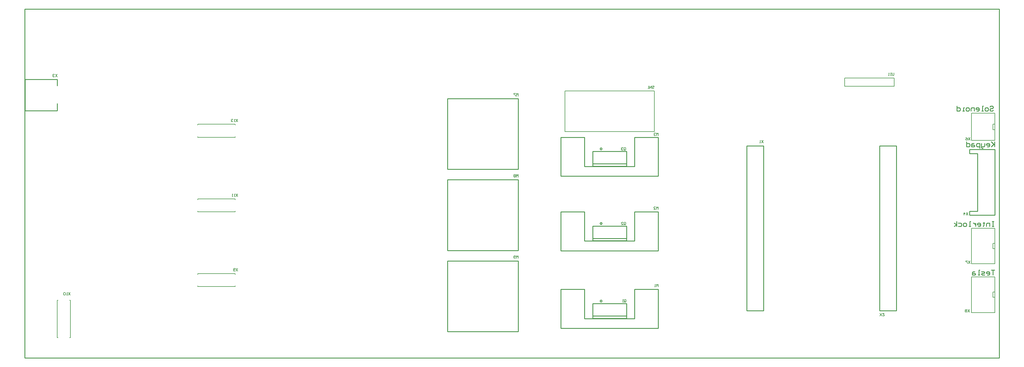
<source format=gbo>
G04 Layer_Color=32896*
%FSLAX43Y43*%
%MOMM*%
G71*
G01*
G75*
%ADD31C,0.150*%
%ADD34C,0.200*%
%ADD36C,0.254*%
D31*
X291400Y28975D02*
Y39950D01*
Y28975D02*
X298600D01*
Y39950D01*
X291400D02*
X298600D01*
X298025Y35285D02*
X298575D01*
X298025Y33660D02*
Y35285D01*
Y33660D02*
X298600D01*
X298025Y70360D02*
X298600D01*
X298025D02*
Y71985D01*
X298575D01*
X291400Y75450D02*
X298600D01*
Y67000D02*
Y75450D01*
X291400Y67000D02*
X298600D01*
X291400D02*
Y75450D01*
X298025Y18660D02*
X298600D01*
X298025D02*
Y20285D01*
X298575D01*
X291400Y24950D02*
X298600D01*
Y13975D02*
Y24950D01*
X291400Y13975D02*
X298600D01*
X291400D02*
Y24950D01*
X184567Y17333D02*
Y17866D01*
X184700Y18000D01*
X184967D01*
X185100Y17866D01*
Y17333D01*
X184967Y17200D01*
X184700D01*
X184833Y17467D02*
X184567Y17200D01*
X184700D02*
X184567Y17333D01*
X184300Y17200D02*
X184034D01*
X184167D01*
Y18000D01*
X184300Y17866D01*
X151878Y55691D02*
Y56491D01*
X151611Y56224D01*
X151345Y56491D01*
Y55691D01*
X151078Y56357D02*
X150945Y56491D01*
X150678D01*
X150545Y56357D01*
Y56224D01*
X150678Y56091D01*
X150545Y55958D01*
Y55824D01*
X150678Y55691D01*
X150945D01*
X151078Y55824D01*
Y55958D01*
X150945Y56091D01*
X151078Y56224D01*
Y56357D01*
X150945Y56091D02*
X150678D01*
X151878Y30697D02*
Y31497D01*
X151611Y31231D01*
X151345Y31497D01*
Y30697D01*
X151078Y30831D02*
X150945Y30697D01*
X150678D01*
X150545Y30831D01*
Y31364D01*
X150678Y31497D01*
X150945D01*
X151078Y31364D01*
Y31231D01*
X150945Y31097D01*
X150545D01*
X65543Y27564D02*
X65010Y26764D01*
Y27564D02*
X65543Y26764D01*
X64744Y26897D02*
X64610Y26764D01*
X64344D01*
X64211Y26897D01*
Y27431D01*
X64344Y27564D01*
X64610D01*
X64744Y27431D01*
Y27297D01*
X64610Y27164D01*
X64211D01*
X13956Y20147D02*
X13423Y19347D01*
Y20147D02*
X13956Y19347D01*
X13156D02*
X12890D01*
X13023D01*
Y20147D01*
X13156Y20014D01*
X12490D02*
X12357Y20147D01*
X12090D01*
X11957Y20014D01*
Y19481D01*
X12090Y19347D01*
X12357D01*
X12490Y19481D01*
Y20014D01*
X267567Y87838D02*
Y87172D01*
X267434Y87038D01*
X267167D01*
X267034Y87172D01*
Y87838D01*
X266767Y87038D02*
X266501D01*
X266634D01*
Y87838D01*
X266767Y87705D01*
X266101Y87038D02*
X265834D01*
X265967D01*
Y87838D01*
X266101Y87705D01*
X227307Y67046D02*
X226773Y66246D01*
Y67046D02*
X227307Y66246D01*
X226507D02*
X226240D01*
X226373D01*
Y67046D01*
X226507Y66913D01*
X291000Y29900D02*
X290467Y29100D01*
Y29900D02*
X291000Y29100D01*
X290200Y29900D02*
X289667D01*
Y29766D01*
X290200Y29233D01*
Y29100D01*
X291000Y67900D02*
X290467Y67100D01*
Y67900D02*
X291000Y67100D01*
X289667Y67900D02*
X289934Y67766D01*
X290200Y67500D01*
Y67233D01*
X290067Y67100D01*
X289800D01*
X289667Y67233D01*
Y67367D01*
X289800Y67500D01*
X290200D01*
X195000Y68500D02*
Y69300D01*
X194733Y69033D01*
X194467Y69300D01*
Y68500D01*
X194200Y69166D02*
X194067Y69300D01*
X193800D01*
X193667Y69166D01*
Y69033D01*
X193800Y68900D01*
X193934D01*
X193800D01*
X193667Y68767D01*
Y68633D01*
X193800Y68500D01*
X194067D01*
X194200Y68633D01*
X9968Y87406D02*
X9435Y86607D01*
Y87406D02*
X9968Y86607D01*
X9168Y87273D02*
X9035Y87406D01*
X8769D01*
X8635Y87273D01*
Y87140D01*
X8769Y87006D01*
X8902D01*
X8769D01*
X8635Y86873D01*
Y86740D01*
X8769Y86607D01*
X9035D01*
X9168Y86740D01*
X290300Y44800D02*
X289767Y44000D01*
Y44800D02*
X290300Y44000D01*
X289100D02*
Y44800D01*
X289500Y44400D01*
X288967D01*
X65543Y73547D02*
X65010Y72748D01*
Y73547D02*
X65543Y72748D01*
X64744D02*
X64477D01*
X64610D01*
Y73547D01*
X64744Y73414D01*
X64077D02*
X63944Y73547D01*
X63677D01*
X63544Y73414D01*
Y73281D01*
X63677Y73147D01*
X63811D01*
X63677D01*
X63544Y73014D01*
Y72881D01*
X63677Y72748D01*
X63944D01*
X64077Y72881D01*
X65543Y50551D02*
X65010Y49751D01*
Y50551D02*
X65543Y49751D01*
X64744D02*
X64477D01*
X64610D01*
Y50551D01*
X64744Y50418D01*
X64077Y49751D02*
X63811D01*
X63944D01*
Y50551D01*
X64077Y50418D01*
X290800Y14900D02*
X290267Y14100D01*
Y14900D02*
X290800Y14100D01*
X290000Y14766D02*
X289867Y14900D01*
X289600D01*
X289467Y14766D01*
Y14633D01*
X289600Y14500D01*
X289467Y14367D01*
Y14233D01*
X289600Y14100D01*
X289867D01*
X290000Y14233D01*
Y14367D01*
X289867Y14500D01*
X290000Y14633D01*
Y14766D01*
X289867Y14500D02*
X289600D01*
X263254Y12894D02*
X263787Y13694D01*
Y12894D02*
X263254Y13694D01*
X264586D02*
X264053D01*
X264586Y13161D01*
Y13027D01*
X264453Y12894D01*
X264187D01*
X264053Y13027D01*
X184467Y64133D02*
Y64666D01*
X184600Y64800D01*
X184867D01*
X185000Y64666D01*
Y64133D01*
X184867Y64000D01*
X184600D01*
X184733Y64267D02*
X184467Y64000D01*
X184600D02*
X184467Y64133D01*
X184200Y64666D02*
X184067Y64800D01*
X183800D01*
X183667Y64666D01*
Y64533D01*
X183800Y64400D01*
X183934D01*
X183800D01*
X183667Y64267D01*
Y64133D01*
X183800Y64000D01*
X184067D01*
X184200Y64133D01*
X184467Y41133D02*
Y41666D01*
X184600Y41800D01*
X184867D01*
X185000Y41666D01*
Y41133D01*
X184867Y41000D01*
X184600D01*
X184733Y41267D02*
X184467Y41000D01*
X184600D02*
X184467Y41133D01*
X183667Y41000D02*
X184200D01*
X183667Y41533D01*
Y41666D01*
X183800Y41800D01*
X184067D01*
X184200Y41666D01*
X194969Y21872D02*
Y22672D01*
X194702Y22406D01*
X194435Y22672D01*
Y21872D01*
X194169D02*
X193902D01*
X194036D01*
Y22672D01*
X194169Y22539D01*
X194969Y45777D02*
Y46576D01*
X194702Y46310D01*
X194435Y46576D01*
Y45777D01*
X193636D02*
X194169D01*
X193636Y46310D01*
Y46443D01*
X193769Y46576D01*
X194036D01*
X194169Y46443D01*
X151878Y80685D02*
Y81484D01*
X151611Y81218D01*
X151345Y81484D01*
Y80685D01*
X151078Y81484D02*
X150545D01*
Y81351D01*
X151078Y80818D01*
Y80685D01*
X193178Y83679D02*
X193312Y83812D01*
X193578D01*
X193712Y83679D01*
Y83545D01*
X193578Y83412D01*
X193312D01*
X193178Y83279D01*
Y83145D01*
X193312Y83012D01*
X193578D01*
X193712Y83145D01*
X192912Y83012D02*
Y83812D01*
X192379Y83012D01*
Y83812D01*
X192112Y83012D02*
X191846D01*
X191979D01*
Y83812D01*
X192112Y83679D01*
D34*
X53250Y26000D02*
X64750D01*
X53250Y25750D02*
Y26000D01*
X64750Y25750D02*
Y26000D01*
X53250Y22000D02*
Y22250D01*
X64750Y22000D02*
Y22250D01*
X53250Y22000D02*
X64750D01*
X10000Y6250D02*
Y17750D01*
Y6250D02*
X10250D01*
X10000Y17750D02*
X10250D01*
X13750Y6250D02*
X14000D01*
X13750Y17750D02*
X14000D01*
Y6250D02*
Y17750D01*
X252380Y86270D02*
X267620D01*
X252380Y83730D02*
Y86270D01*
Y83730D02*
X267620D01*
Y86270D01*
X53250Y72000D02*
X64750D01*
X53250Y71750D02*
Y72000D01*
X64750Y71750D02*
Y72000D01*
X53250Y68000D02*
Y68250D01*
X64750Y68000D02*
Y68250D01*
X53250Y68000D02*
X64750D01*
X53250Y49000D02*
X64750D01*
X53250Y48750D02*
Y49000D01*
X64750Y48750D02*
Y49000D01*
X53250Y45000D02*
Y45250D01*
X64750Y45000D02*
Y45250D01*
X53250Y45000D02*
X64750D01*
X193750Y69750D02*
Y82250D01*
X166250Y69750D02*
Y82250D01*
X193750D01*
X166250Y69750D02*
X193750D01*
D36*
X177700Y17500D02*
G03*
X177700Y17500I-300J0D01*
G01*
Y64400D02*
G03*
X177700Y64400I-300J0D01*
G01*
Y41400D02*
G03*
X177700Y41400I-300J0D01*
G01*
X174800Y12900D02*
X185200D01*
X174800Y12200D02*
Y16700D01*
X185200D01*
Y12200D02*
Y16700D01*
X174800Y12200D02*
X185200D01*
X130100Y33100D02*
Y54900D01*
X151900D01*
Y33100D02*
Y54900D01*
X130100Y33100D02*
X151900D01*
X130100Y8100D02*
X151900D01*
Y29900D01*
X130100D02*
X151900D01*
X130100Y8100D02*
Y29900D01*
X227430Y14570D02*
Y65370D01*
X222230D02*
X227430D01*
X222230Y14570D02*
Y65370D01*
Y14570D02*
X227430D01*
X165000Y56000D02*
X195000D01*
Y68000D01*
X187700D02*
X195000D01*
X187700Y59000D02*
Y68000D01*
X172300Y59000D02*
X187700D01*
X172300D02*
Y68000D01*
X165000D02*
X172300D01*
X165000Y56000D02*
Y68000D01*
X100Y76175D02*
X10000D01*
X100D02*
Y85825D01*
X10000D01*
Y83875D02*
Y85825D01*
Y76175D02*
Y78375D01*
X298600Y44000D02*
Y64200D01*
X290800Y44000D02*
X298600D01*
X290800Y64200D02*
X298600D01*
X290800Y63000D02*
Y64200D01*
Y63000D02*
X293300D01*
Y45200D02*
Y63000D01*
X290800Y45200D02*
X293300D01*
X290800Y44000D02*
Y45200D01*
X263130Y14570D02*
Y65370D01*
Y14570D02*
X268330D01*
Y65370D01*
X263130D02*
X268330D01*
X174800Y59800D02*
X185200D01*
X174800Y59100D02*
Y63600D01*
X185200D01*
Y59100D02*
Y63600D01*
X174800Y59100D02*
X185200D01*
X174800Y36100D02*
X185200D01*
Y40600D01*
X174800D02*
X185200D01*
X174800Y36100D02*
Y40600D01*
Y36800D02*
X185200D01*
X165000Y9100D02*
X195000D01*
Y21100D01*
X187700D02*
X195000D01*
X187700Y12100D02*
Y21100D01*
X172300Y12100D02*
X187700D01*
X172300D02*
Y21100D01*
X165000D02*
X172300D01*
X165000Y9100D02*
Y21100D01*
Y33000D02*
X195000D01*
Y45000D01*
X187700D02*
X195000D01*
X187700Y36000D02*
Y45000D01*
X172300Y36000D02*
X187700D01*
X172300D02*
Y45000D01*
X165000D02*
X172300D01*
X165000Y33000D02*
Y45000D01*
X130100Y58100D02*
X151900D01*
Y79900D01*
X130100D02*
X151900D01*
X130100Y58100D02*
Y79900D01*
X298500Y27024D02*
X297484D01*
X297992D01*
Y25500D01*
X296215D02*
X296723D01*
X296977Y25754D01*
Y26262D01*
X296723Y26516D01*
X296215D01*
X295961Y26262D01*
Y26008D01*
X296977D01*
X295453Y25500D02*
X294691D01*
X294437Y25754D01*
X294691Y26008D01*
X295199D01*
X295453Y26262D01*
X295199Y26516D01*
X294437D01*
X293929Y25500D02*
X293422D01*
X293676D01*
Y27024D01*
X293929D01*
X292406Y26516D02*
X291898D01*
X291644Y26262D01*
Y25500D01*
X292406D01*
X292660Y25754D01*
X292406Y26008D01*
X291644D01*
X298300Y42024D02*
X297792D01*
X298046D01*
Y40500D01*
X298300D01*
X297792D01*
X297030D02*
Y41516D01*
X296269D01*
X296015Y41262D01*
Y40500D01*
X295253Y41770D02*
Y41516D01*
X295507D01*
X294999D01*
X295253D01*
Y40754D01*
X294999Y40500D01*
X293476D02*
X293983D01*
X294237Y40754D01*
Y41262D01*
X293983Y41516D01*
X293476D01*
X293222Y41262D01*
Y41008D01*
X294237D01*
X292714Y41516D02*
Y40500D01*
Y41008D01*
X292460Y41262D01*
X292206Y41516D01*
X291952D01*
X291190Y40500D02*
X290682D01*
X290936D01*
Y42024D01*
X291190D01*
X289667Y40500D02*
X289159D01*
X288905Y40754D01*
Y41262D01*
X289159Y41516D01*
X289667D01*
X289921Y41262D01*
Y40754D01*
X289667Y40500D01*
X287382Y41516D02*
X288143D01*
X288397Y41262D01*
Y40754D01*
X288143Y40500D01*
X287382D01*
X286874D02*
Y42024D01*
Y41008D02*
X286112Y41516D01*
X286874Y41008D02*
X286112Y40500D01*
X297084Y77370D02*
X297338Y77624D01*
X297846D01*
X298100Y77370D01*
Y77116D01*
X297846Y76862D01*
X297338D01*
X297084Y76608D01*
Y76354D01*
X297338Y76100D01*
X297846D01*
X298100Y76354D01*
X296323Y76100D02*
X295815D01*
X295561Y76354D01*
Y76862D01*
X295815Y77116D01*
X296323D01*
X296576Y76862D01*
Y76354D01*
X296323Y76100D01*
X295053D02*
X294545D01*
X294799D01*
Y77624D01*
X295053D01*
X293022Y76100D02*
X293529D01*
X293783Y76354D01*
Y76862D01*
X293529Y77116D01*
X293022D01*
X292768Y76862D01*
Y76608D01*
X293783D01*
X292260Y76100D02*
Y77116D01*
X291498D01*
X291244Y76862D01*
Y76100D01*
X290482D02*
X289975D01*
X289721Y76354D01*
Y76862D01*
X289975Y77116D01*
X290482D01*
X290736Y76862D01*
Y76354D01*
X290482Y76100D01*
X289213D02*
X288705D01*
X288959D01*
Y77116D01*
X289213D01*
X286928Y77624D02*
Y76100D01*
X287689D01*
X287943Y76354D01*
Y76862D01*
X287689Y77116D01*
X286928D01*
X298500Y66624D02*
Y65100D01*
Y65608D01*
X297484Y66624D01*
X298246Y65862D01*
X297484Y65100D01*
X296215D02*
X296723D01*
X296977Y65354D01*
Y65862D01*
X296723Y66116D01*
X296215D01*
X295961Y65862D01*
Y65608D01*
X296977D01*
X295453Y66116D02*
Y65354D01*
X295199Y65100D01*
X294437D01*
Y64846D01*
X294691Y64592D01*
X294945D01*
X294437Y65100D02*
Y66116D01*
X293929Y64592D02*
Y66116D01*
X293168D01*
X292914Y65862D01*
Y65354D01*
X293168Y65100D01*
X293929D01*
X292152Y66116D02*
X291644D01*
X291390Y65862D01*
Y65100D01*
X292152D01*
X292406Y65354D01*
X292152Y65608D01*
X291390D01*
X289867Y66624D02*
Y65100D01*
X290629D01*
X290882Y65354D01*
Y65862D01*
X290629Y66116D01*
X289867D01*
X0Y0D02*
X300000D01*
Y107500D01*
X0D02*
X300000D01*
X0Y0D02*
Y107500D01*
M02*

</source>
